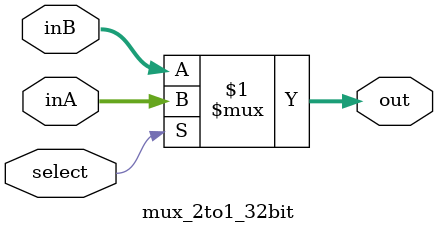
<source format=v>
`timescale 1ns / 1ps


module mux_2to1_32bit(
    input   [31:0] inA,
    input   [31:0] inB,
    input          select,
    output [31:0] out
    );
  assign out = select ?inA:inB;  
    
endmodule

</source>
